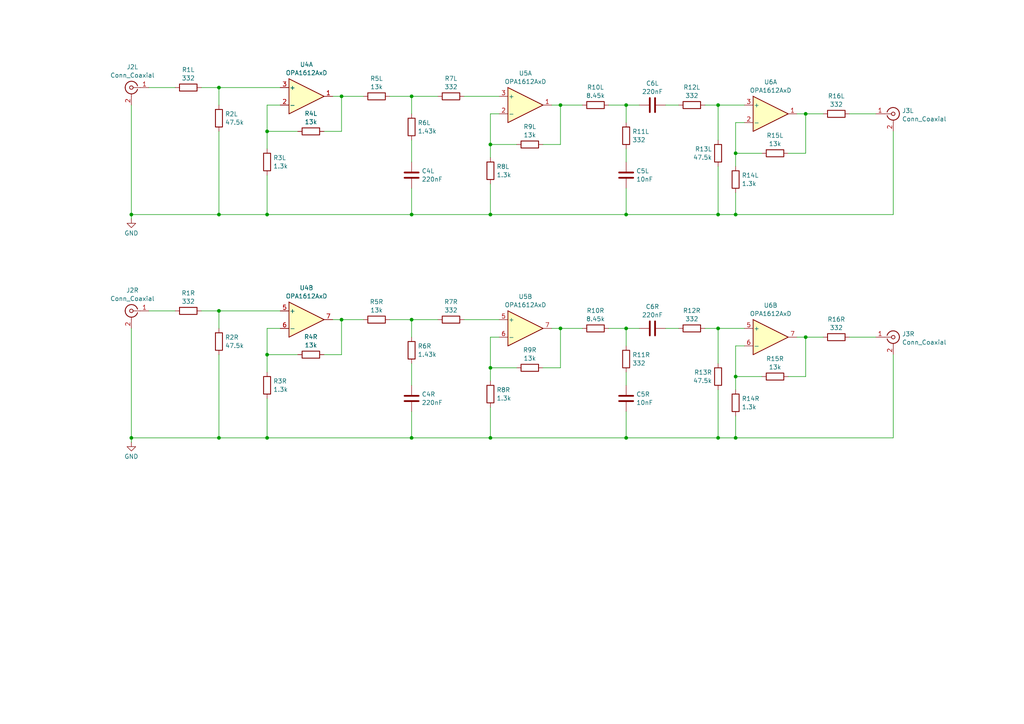
<source format=kicad_sch>
(kicad_sch (version 20231120) (generator "eeschema") (generator_version "8.0")
  (paper "A4")
  (lib_symbols
    (symbol "Amplifier_Operational:OPA1612AxD" (pin_names (offset 0.127))
      (property "Reference" "U" (at 0 5.08 0))
      (property "Value" "OPA1612AxD" (at 0 -5.08 0))
      (symbol "OPA1612AxD_1_1"
        (polyline (pts (xy -5.08 5.08) (xy 5.08 0) (xy -5.08 -5.08) (xy -5.08 5.08)) (stroke (width 0.254)) (fill (type background)))
        (pin output line (at 7.62 0 180) (length 2.54) (name "~") (number "1"))
        (pin input line (at -7.62 -2.54 0) (length 2.54) (name "-") (number "2"))
        (pin input line (at -7.62 2.54 0) (length 2.54) (name "+") (number "3"))
      )
      (symbol "OPA1612AxD_2_1"
        (polyline (pts (xy -5.08 5.08) (xy 5.08 0) (xy -5.08 -5.08) (xy -5.08 5.08)) (stroke (width 0.254)) (fill (type background)))
        (pin input line (at -7.62 2.54 0) (length 2.54) (name "+") (number "5"))
        (pin input line (at -7.62 -2.54 0) (length 2.54) (name "-") (number "6"))
        (pin output line (at 7.62 0 180) (length 2.54) (name "~") (number "7"))
      )
      (symbol "OPA1612AxD_3_1"
        (pin power_in line (at -2.54 -7.62 90) (length 3.81) (name "V-") (number "4"))
        (pin power_in line (at -2.54 7.62 270) (length 3.81) (name "V+") (number "8"))
      )
    )
    (symbol "Connector:Conn_Coaxial" (pin_names (offset 1.016) hide)
      (property "Reference" "J" (at 0.254 3.048 0))
      (property "Value" "Conn_Coaxial" (at 2.921 0 90))
      (symbol "Conn_Coaxial_0_1"
        (arc (start -1.778 -0.508) (mid 0.2311 -1.8066) (end 1.778 0) (stroke (width 0.254)))
        (polyline (pts (xy -2.54 0) (xy -0.508 0)))
        (polyline (pts (xy 0 -2.54) (xy 0 -1.778)))
        (circle (center 0 0) (radius 0.508) (stroke (width 0.2032)))
        (arc (start 1.778 0) (mid 0.2099 1.8101) (end -1.778 0.508) (stroke (width 0.254)))
      )
      (symbol "Conn_Coaxial_1_1"
        (pin passive line (at -5.08 0 0) (length 2.54) (name "In") (number "1"))
        (pin passive line (at 0 -5.08 90) (length 2.54) (name "Ext") (number "2"))
      )
    )
    (symbol "Device:C" (pin_numbers hide) (pin_names (offset 0.254))
      (property "Reference" "C" (at 0.635 2.54 0))
      (property "Value" "C" (at 0.635 -2.54 0))
      (symbol "C_0_1"
        (polyline (pts (xy -2.032 -0.762) (xy 2.032 -0.762)) (stroke (width 0.508)))
        (polyline (pts (xy -2.032 0.762) (xy 2.032 0.762)) (stroke (width 0.508)))
      )
      (symbol "C_1_1"
        (pin passive line (at 0 3.81 270) (length 2.794) (name "~") (number "1"))
        (pin passive line (at 0 -3.81 90) (length 2.794) (name "~") (number "2"))
      )
    )
    (symbol "Device:R" (pin_numbers hide) (pin_names (offset 0))
      (property "Reference" "R" (at 2.032 0 90))
      (property "Value" "R" (at 0 0 90))
      (symbol "R_0_1"
        (rectangle (start -1.016 -2.54) (end 1.016 2.54) (stroke (width 0.254)))
      )
      (symbol "R_1_1"
        (pin passive line (at 0 3.81 270) (length 1.27) (name "~") (number "1"))
        (pin passive line (at 0 -3.81 90) (length 1.27) (name "~") (number "2"))
      )
    )
    (symbol "power:GND" (power) (pin_numbers hide) (pin_names (offset 0) hide)
      (property "Value" "GND" (at 0 -3.81 0))
      (symbol "GND_0_1"
        (polyline (pts (xy 0 0) (xy 0 -1.27) (xy 1.27 -1.27) (xy 0 -2.54) (xy -1.27 -1.27) (xy 0 -1.27)))
      )
      (symbol "GND_1_1"
        (pin power_in line (at 0 0 270) (length 0) (name "~") (number "1"))
      )
    )
  )
  (junction (at 208.28 95.25))
  (junction (at 208.28 30.48))
  (junction (at 233.68 97.79))
  (junction (at 99.06 92.71))
  (junction (at 77.47 102.87))
  (junction (at 181.61 62.23))
  (junction (at 162.56 95.25))
  (junction (at 77.47 127))
  (junction (at 213.36 62.23))
  (junction (at 119.38 62.23))
  (junction (at 181.61 95.25))
  (junction (at 77.47 62.23))
  (junction (at 162.56 30.48))
  (junction (at 63.5 62.23))
  (junction (at 213.36 109.22))
  (junction (at 142.24 62.23))
  (junction (at 181.61 127))
  (junction (at 233.68 33.02))
  (junction (at 77.47 38.1))
  (junction (at 119.38 92.71))
  (junction (at 38.1 62.23))
  (junction (at 63.5 25.4))
  (junction (at 213.36 44.45))
  (junction (at 119.38 127))
  (junction (at 99.06 27.94))
  (junction (at 142.24 41.91))
  (junction (at 142.24 127))
  (junction (at 38.1 127))
  (junction (at 208.28 127))
  (junction (at 63.5 90.17))
  (junction (at 119.38 27.94))
  (junction (at 63.5 127))
  (junction (at 213.36 127))
  (junction (at 208.28 62.23))
  (junction (at 181.61 30.48))
  (junction (at 142.24 106.68))
  (wire (pts (xy 259.08 102.87) (xy 259.08 127)))
  (wire (pts (xy 259.08 38.1) (xy 259.08 62.23)))
  (wire (pts (xy 144.78 97.79) (xy 142.24 97.79)))
  (wire (pts (xy 63.5 38.1) (xy 63.5 62.23)))
  (wire (pts (xy 208.28 95.25) (xy 215.9 95.25)))
  (wire (pts (xy 181.61 127) (xy 142.24 127)))
  (wire (pts (xy 181.61 62.23) (xy 142.24 62.23)))
  (wire (pts (xy 119.38 54.61) (xy 119.38 62.23)))
  (wire (pts (xy 119.38 62.23) (xy 77.47 62.23)))
  (wire (pts (xy 119.38 127) (xy 77.47 127)))
  (wire (pts (xy 142.24 62.23) (xy 119.38 62.23)))
  (wire (pts (xy 208.28 48.26) (xy 208.28 62.23)))
  (wire (pts (xy 63.5 102.87) (xy 63.5 127)))
  (wire (pts (xy 231.14 33.02) (xy 233.68 33.02)))
  (wire (pts (xy 208.28 30.48) (xy 208.28 40.64)))
  (wire (pts (xy 181.61 95.25) (xy 185.42 95.25)))
  (wire (pts (xy 213.36 109.22) (xy 220.98 109.22)))
  (wire (pts (xy 259.08 62.23) (xy 213.36 62.23)))
  (wire (pts (xy 181.61 119.38) (xy 181.61 127)))
  (wire (pts (xy 113.03 92.71) (xy 119.38 92.71)))
  (wire (pts (xy 160.02 30.48) (xy 162.56 30.48)))
  (wire (pts (xy 119.38 40.64) (xy 119.38 46.99)))
  (wire (pts (xy 142.24 118.11) (xy 142.24 127)))
  (wire (pts (xy 77.47 50.8) (xy 77.47 62.23)))
  (wire (pts (xy 134.62 27.94) (xy 144.78 27.94)))
  (wire (pts (xy 93.98 38.1) (xy 99.06 38.1)))
  (wire (pts (xy 213.36 120.65) (xy 213.36 127)))
  (wire (pts (xy 213.36 55.88) (xy 213.36 62.23)))
  (wire (pts (xy 176.53 95.25) (xy 181.61 95.25)))
  (wire (pts (xy 77.47 30.48) (xy 81.28 30.48)))
  (wire (pts (xy 142.24 53.34) (xy 142.24 62.23)))
  (wire (pts (xy 208.28 127) (xy 181.61 127)))
  (wire (pts (xy 208.28 113.03) (xy 208.28 127)))
  (wire (pts (xy 144.78 33.02) (xy 142.24 33.02)))
  (wire (pts (xy 162.56 30.48) (xy 168.91 30.48)))
  (wire (pts (xy 119.38 105.41) (xy 119.38 111.76)))
  (wire (pts (xy 213.36 44.45) (xy 213.36 48.26)))
  (wire (pts (xy 58.42 25.4) (xy 63.5 25.4)))
  (wire (pts (xy 77.47 95.25) (xy 81.28 95.25)))
  (wire (pts (xy 38.1 127) (xy 38.1 128.27)))
  (wire (pts (xy 77.47 127) (xy 63.5 127)))
  (wire (pts (xy 63.5 90.17) (xy 81.28 90.17)))
  (wire (pts (xy 142.24 41.91) (xy 142.24 45.72)))
  (wire (pts (xy 157.48 106.68) (xy 162.56 106.68)))
  (wire (pts (xy 63.5 90.17) (xy 63.5 95.25)))
  (wire (pts (xy 134.62 92.71) (xy 144.78 92.71)))
  (wire (pts (xy 142.24 106.68) (xy 142.24 110.49)))
  (wire (pts (xy 142.24 33.02) (xy 142.24 41.91)))
  (wire (pts (xy 96.52 27.94) (xy 99.06 27.94)))
  (wire (pts (xy 96.52 92.71) (xy 99.06 92.71)))
  (wire (pts (xy 162.56 95.25) (xy 168.91 95.25)))
  (wire (pts (xy 162.56 41.91) (xy 162.56 30.48)))
  (wire (pts (xy 193.04 30.48) (xy 196.85 30.48)))
  (wire (pts (xy 93.98 102.87) (xy 99.06 102.87)))
  (wire (pts (xy 142.24 106.68) (xy 149.86 106.68)))
  (wire (pts (xy 181.61 54.61) (xy 181.61 62.23)))
  (wire (pts (xy 38.1 30.48) (xy 38.1 62.23)))
  (wire (pts (xy 119.38 92.71) (xy 127 92.71)))
  (wire (pts (xy 208.28 62.23) (xy 181.61 62.23)))
  (wire (pts (xy 181.61 30.48) (xy 181.61 35.56)))
  (wire (pts (xy 77.47 38.1) (xy 77.47 30.48)))
  (wire (pts (xy 142.24 41.91) (xy 149.86 41.91)))
  (wire (pts (xy 99.06 102.87) (xy 99.06 92.71)))
  (wire (pts (xy 213.36 44.45) (xy 220.98 44.45)))
  (wire (pts (xy 119.38 27.94) (xy 127 27.94)))
  (wire (pts (xy 233.68 33.02) (xy 238.76 33.02)))
  (wire (pts (xy 181.61 43.18) (xy 181.61 46.99)))
  (wire (pts (xy 204.47 95.25) (xy 208.28 95.25)))
  (wire (pts (xy 38.1 62.23) (xy 38.1 63.5)))
  (wire (pts (xy 113.03 27.94) (xy 119.38 27.94)))
  (wire (pts (xy 233.68 109.22) (xy 233.68 97.79)))
  (wire (pts (xy 259.08 127) (xy 213.36 127)))
  (wire (pts (xy 233.68 44.45) (xy 233.68 33.02)))
  (wire (pts (xy 176.53 30.48) (xy 181.61 30.48)))
  (wire (pts (xy 99.06 38.1) (xy 99.06 27.94)))
  (wire (pts (xy 181.61 107.95) (xy 181.61 111.76)))
  (wire (pts (xy 77.47 115.57) (xy 77.47 127)))
  (wire (pts (xy 213.36 109.22) (xy 213.36 113.03)))
  (wire (pts (xy 231.14 97.79) (xy 233.68 97.79)))
  (wire (pts (xy 142.24 127) (xy 119.38 127)))
  (wire (pts (xy 228.6 44.45) (xy 233.68 44.45)))
  (wire (pts (xy 213.36 62.23) (xy 208.28 62.23)))
  (wire (pts (xy 43.18 90.17) (xy 50.8 90.17)))
  (wire (pts (xy 213.36 35.56) (xy 213.36 44.45)))
  (wire (pts (xy 213.36 127) (xy 208.28 127)))
  (wire (pts (xy 215.9 35.56) (xy 213.36 35.56)))
  (wire (pts (xy 99.06 27.94) (xy 105.41 27.94)))
  (wire (pts (xy 38.1 95.25) (xy 38.1 127)))
  (wire (pts (xy 77.47 62.23) (xy 63.5 62.23)))
  (wire (pts (xy 119.38 92.71) (xy 119.38 97.79)))
  (wire (pts (xy 208.28 95.25) (xy 208.28 105.41)))
  (wire (pts (xy 160.02 95.25) (xy 162.56 95.25)))
  (wire (pts (xy 181.61 95.25) (xy 181.61 100.33)))
  (wire (pts (xy 181.61 30.48) (xy 185.42 30.48)))
  (wire (pts (xy 162.56 106.68) (xy 162.56 95.25)))
  (wire (pts (xy 58.42 90.17) (xy 63.5 90.17)))
  (wire (pts (xy 119.38 27.94) (xy 119.38 33.02)))
  (wire (pts (xy 77.47 107.95) (xy 77.47 102.87)))
  (wire (pts (xy 63.5 25.4) (xy 63.5 30.48)))
  (wire (pts (xy 204.47 30.48) (xy 208.28 30.48)))
  (wire (pts (xy 142.24 97.79) (xy 142.24 106.68)))
  (wire (pts (xy 77.47 43.18) (xy 77.47 38.1)))
  (wire (pts (xy 77.47 102.87) (xy 86.36 102.87)))
  (wire (pts (xy 193.04 95.25) (xy 196.85 95.25)))
  (wire (pts (xy 213.36 100.33) (xy 213.36 109.22)))
  (wire (pts (xy 208.28 30.48) (xy 215.9 30.48)))
  (wire (pts (xy 233.68 97.79) (xy 238.76 97.79)))
  (wire (pts (xy 63.5 62.23) (xy 38.1 62.23)))
  (wire (pts (xy 246.38 33.02) (xy 254 33.02)))
  (wire (pts (xy 157.48 41.91) (xy 162.56 41.91)))
  (wire (pts (xy 99.06 92.71) (xy 105.41 92.71)))
  (wire (pts (xy 119.38 119.38) (xy 119.38 127)))
  (wire (pts (xy 63.5 25.4) (xy 81.28 25.4)))
  (wire (pts (xy 77.47 102.87) (xy 77.47 95.25)))
  (wire (pts (xy 63.5 127) (xy 38.1 127)))
  (wire (pts (xy 215.9 100.33) (xy 213.36 100.33)))
  (wire (pts (xy 77.47 38.1) (xy 86.36 38.1)))
  (wire (pts (xy 43.18 25.4) (xy 50.8 25.4)))
  (wire (pts (xy 228.6 109.22) (xy 233.68 109.22)))
  (wire (pts (xy 246.38 97.79) (xy 254 97.79)))
  (symbol (lib_id "Device:R") (at 142.24 114.3 180) (unit 1)
    (property "Reference" "R8R" (at 144.018 113.0878 0) (effects (justify right)))
    (property "Value" "1.3k" (at 144.018 115.5121 0) (effects (justify right)))
    (property "Description" "Resistor" (effects (hide yes)))
  )
  (symbol (lib_id "Device:R") (at 63.5 34.29 180) (unit 1)
    (property "Reference" "R2L" (at 65.278 33.0778 0) (effects (justify right)))
    (property "Value" "47.5k" (at 65.278 35.5021 0) (effects (justify right)))
    (property "Description" "Resistor" (effects (hide yes)))
  )
  (symbol (lib_id "Device:R") (at 77.47 111.76 180) (unit 1)
    (property "Reference" "R3R" (at 79.248 110.5478 0) (effects (justify right)))
    (property "Value" "1.3k" (at 79.248 112.9721 0) (effects (justify right)))
    (property "Description" "Resistor" (effects (hide yes)))
  )
  (symbol (lib_id "Device:C") (at 189.23 95.25 90) (unit 1)
    (property "Reference" "C6R" (at 189.23 88.9465 90))
    (property "Value" "220nF" (at 189.23 91.3708 90))
    (property "Description" "Unpolarized capacitor" (effects (hide yes)))
  )
  (symbol (lib_id "Device:R") (at 54.61 90.17 90) (unit 1)
    (property "Reference" "R1R" (at 54.61 85.0095 90))
    (property "Value" "332" (at 54.61 87.4338 90))
    (property "Description" "Resistor" (effects (hide yes)))
  )
  (symbol (lib_id "Device:R") (at 181.61 39.37 180) (unit 1)
    (property "Reference" "R11L" (at 183.388 38.1578 0) (effects (justify right)))
    (property "Value" "332" (at 183.388 40.5821 0) (effects (justify right)))
    (property "Description" "Resistor" (effects (hide yes)))
  )
  (symbol (lib_id "Device:R") (at 90.17 102.87 270) (unit 1)
    (property "Reference" "R4R" (at 90.17 97.7095 90))
    (property "Value" "13k" (at 90.17 100.1338 90))
    (property "Description" "Resistor" (effects (hide yes)))
  )
  (symbol (lib_id "Device:C") (at 181.61 115.57 0) (unit 1)
    (property "Reference" "C5R" (at 184.531 114.3578 0) (effects (justify left)))
    (property "Value" "10nF" (at 184.531 116.7821 0) (effects (justify left)))
    (property "Description" "Unpolarized capacitor" (effects (hide yes)))
  )
  (symbol (lib_id "Device:C") (at 119.38 115.57 0) (unit 1)
    (property "Reference" "C4R" (at 122.301 114.3578 0) (effects (justify left)))
    (property "Value" "220nF" (at 122.301 116.7821 0) (effects (justify left)))
    (property "Description" "Unpolarized capacitor" (effects (hide yes)))
  )
  (symbol (lib_id "Device:R") (at 63.5 99.06 180) (unit 1)
    (property "Reference" "R2R" (at 65.278 97.8478 0) (effects (justify right)))
    (property "Value" "47.5k" (at 65.278 100.2721 0) (effects (justify right)))
    (property "Description" "Resistor" (effects (hide yes)))
  )
  (symbol (lib_id "Device:R") (at 119.38 101.6 180) (unit 1)
    (property "Reference" "R6R" (at 121.158 100.3878 0) (effects (justify right)))
    (property "Value" "1.43k" (at 121.158 102.8121 0) (effects (justify right)))
    (property "Description" "Resistor" (effects (hide yes)))
  )
  (symbol (lib_id "Device:C") (at 181.61 50.8 0) (unit 1)
    (property "Reference" "C5L" (at 184.531 49.5878 0) (effects (justify left)))
    (property "Value" "10nF" (at 184.531 52.0121 0) (effects (justify left)))
    (property "Description" "Unpolarized capacitor" (effects (hide yes)))
  )
  (symbol (lib_id "Connector:Conn_Coaxial") (at 259.08 97.79 0) (unit 1)
    (property "Reference" "J3R" (at 261.6201 96.871 0) (effects (justify left)))
    (property "Value" "Conn_Coaxial" (at 261.6201 99.2953 0) (effects (justify left)))
    (property "Description" "coaxial connector (BNC, SMA, SMB, SMC, Cinch/RCA, LEMO, ...)" (effects (hide yes)))
  )
  (symbol (lib_id "Device:R") (at 208.28 109.22 0) (mirror x) (unit 1)
    (property "Reference" "R13R" (at 206.502 108.0078 0) (effects (justify right)))
    (property "Value" "47.5k" (at 206.502 110.4321 0) (effects (justify right)))
    (property "Description" "Resistor" (effects (hide yes)))
  )
  (symbol (lib_id "Device:R") (at 200.66 95.25 270) (unit 1)
    (property "Reference" "R12R" (at 200.66 90.0895 90))
    (property "Value" "332" (at 200.66 92.5138 90))
    (property "Description" "Resistor" (effects (hide yes)))
  )
  (symbol (lib_id "Device:R") (at 109.22 27.94 270) (unit 1)
    (property "Reference" "R5L" (at 109.22 22.7795 90))
    (property "Value" "13k" (at 109.22 25.2038 90))
    (property "Description" "Resistor" (effects (hide yes)))
  )
  (symbol (lib_id "power:GND") (at 38.1 128.27 0) (unit 1)
    (property "Reference" "#PWR07" (effects (hide yes)))
    (property "Value" "GND" (at 38.1 132.4031 0))
    (property "Description" "Power symbol creates a global label with name \"GND\" , ground" (effects (hide yes)))
  )
  (symbol (lib_id "Connector:Conn_Coaxial") (at 38.1 90.17 0) (mirror y) (unit 1)
    (property "Reference" "J2R" (at 38.4174 84.1989 0))
    (property "Value" "Conn_Coaxial" (at 38.4174 86.6232 0))
    (property "Description" "coaxial connector (BNC, SMA, SMB, SMC, Cinch/RCA, LEMO, ...)" (effects (hide yes)))
  )
  (symbol (lib_id "Device:R") (at 242.57 33.02 270) (unit 1)
    (property "Reference" "R16L" (at 242.57 27.8595 90))
    (property "Value" "332" (at 242.57 30.2838 90))
    (property "Description" "Resistor" (effects (hide yes)))
  )
  (symbol (lib_id "Device:R") (at 213.36 116.84 180) (unit 1)
    (property "Reference" "R14R" (at 215.138 115.6278 0) (effects (justify right)))
    (property "Value" "1.3k" (at 215.138 118.0521 0) (effects (justify right)))
    (property "Description" "Resistor" (effects (hide yes)))
  )
  (symbol (lib_id "Device:C") (at 119.38 50.8 0) (unit 1)
    (property "Reference" "C4L" (at 122.301 49.5878 0) (effects (justify left)))
    (property "Value" "220nF" (at 122.301 52.0121 0) (effects (justify left)))
    (property "Description" "Unpolarized capacitor" (effects (hide yes)))
  )
  (symbol (lib_id "Device:R") (at 224.79 44.45 270) (unit 1)
    (property "Reference" "R15L" (at 224.79 39.2895 90))
    (property "Value" "13k" (at 224.79 41.7138 90))
    (property "Description" "Resistor" (effects (hide yes)))
  )
  (symbol (lib_id "Amplifier_Operational:OPA1612AxD") (at 88.9 27.94 0) (unit 1)
    (property "Reference" "U4" (at 88.9 18.7155 0))
    (property "Value" "OPA1612AxD" (at 88.9 21.1398 0))
    (property "Datasheet" "http://www.ti.com/lit/ds/symlink/opa1612.pdf" (effects (hide yes)))
    (property "Description" "Dual SoundPlus High Performance, Bipolar-Input Audio Operational Amplifiers, SOIC-8" (effects (hide yes)))
  )
  (symbol (lib_id "Device:R") (at 77.47 46.99 180) (unit 1)
    (property "Reference" "R3L" (at 79.248 45.7778 0) (effects (justify right)))
    (property "Value" "1.3k" (at 79.248 48.2021 0) (effects (justify right)))
    (property "Description" "Resistor" (effects (hide yes)))
  )
  (symbol (lib_id "Device:R") (at 172.72 30.48 270) (unit 1)
    (property "Reference" "R10L" (at 172.72 25.3195 90))
    (property "Value" "8.45k" (at 172.72 27.7438 90))
    (property "Description" "Resistor" (effects (hide yes)))
  )
  (symbol (lib_id "Amplifier_Operational:OPA1612AxD") (at 223.52 97.79 0) (unit 2)
    (property "Reference" "U6" (at 223.52 88.5655 0))
    (property "Value" "OPA1612AxD" (at 223.52 90.9898 0))
    (property "Datasheet" "http://www.ti.com/lit/ds/symlink/opa1612.pdf" (effects (hide yes)))
    (property "Description" "Dual SoundPlus High Performance, Bipolar-Input Audio Operational Amplifiers, SOIC-8" (effects (hide yes)))
  )
  (symbol (lib_id "Amplifier_Operational:OPA1612AxD") (at 88.9 92.71 0) (unit 2)
    (property "Reference" "U4" (at 88.9 83.4855 0))
    (property "Value" "OPA1612AxD" (at 88.9 85.9098 0))
    (property "Datasheet" "http://www.ti.com/lit/ds/symlink/opa1612.pdf" (effects (hide yes)))
    (property "Description" "Dual SoundPlus High Performance, Bipolar-Input Audio Operational Amplifiers, SOIC-8" (effects (hide yes)))
  )
  (symbol (lib_id "Amplifier_Operational:OPA1612AxD") (at 152.4 30.48 0) (unit 1)
    (property "Reference" "U5" (at 152.4 21.2555 0))
    (property "Value" "OPA1612AxD" (at 152.4 23.6798 0))
    (property "Datasheet" "http://www.ti.com/lit/ds/symlink/opa1612.pdf" (effects (hide yes)))
    (property "Description" "Dual SoundPlus High Performance, Bipolar-Input Audio Operational Amplifiers, SOIC-8" (effects (hide yes)))
  )
  (symbol (lib_id "Device:R") (at 242.57 97.79 270) (unit 1)
    (property "Reference" "R16R" (at 242.57 92.6295 90))
    (property "Value" "332" (at 242.57 95.0538 90))
    (property "Description" "Resistor" (effects (hide yes)))
  )
  (symbol (lib_id "Device:R") (at 208.28 44.45 0) (mirror x) (unit 1)
    (property "Reference" "R13L" (at 206.502 43.2378 0) (effects (justify right)))
    (property "Value" "47.5k" (at 206.502 45.6621 0) (effects (justify right)))
    (property "Description" "Resistor" (effects (hide yes)))
  )
  (symbol (lib_id "Device:R") (at 200.66 30.48 270) (unit 1)
    (property "Reference" "R12L" (at 200.66 25.3195 90))
    (property "Value" "332" (at 200.66 27.7438 90))
    (property "Description" "Resistor" (effects (hide yes)))
  )
  (symbol (lib_id "Device:R") (at 153.67 41.91 270) (unit 1)
    (property "Reference" "R9L" (at 153.67 36.7495 90))
    (property "Value" "13k" (at 153.67 39.1738 90))
    (property "Description" "Resistor" (effects (hide yes)))
  )
  (symbol (lib_id "Device:R") (at 130.81 27.94 270) (unit 1)
    (property "Reference" "R7L" (at 130.81 22.7795 90))
    (property "Value" "332" (at 130.81 25.2038 90))
    (property "Description" "Resistor" (effects (hide yes)))
  )
  (symbol (lib_id "Amplifier_Operational:OPA1612AxD") (at 152.4 95.25 0) (unit 2)
    (property "Reference" "U5" (at 152.4 86.0255 0))
    (property "Value" "OPA1612AxD" (at 152.4 88.4498 0))
    (property "Datasheet" "http://www.ti.com/lit/ds/symlink/opa1612.pdf" (effects (hide yes)))
    (property "Description" "Dual SoundPlus High Performance, Bipolar-Input Audio Operational Amplifiers, SOIC-8" (effects (hide yes)))
  )
  (symbol (lib_id "Device:R") (at 142.24 49.53 180) (unit 1)
    (property "Reference" "R8L" (at 144.018 48.3178 0) (effects (justify right)))
    (property "Value" "1.3k" (at 144.018 50.7421 0) (effects (justify right)))
    (property "Description" "Resistor" (effects (hide yes)))
  )
  (symbol (lib_id "Device:R") (at 153.67 106.68 270) (unit 1)
    (property "Reference" "R9R" (at 153.67 101.5195 90))
    (property "Value" "13k" (at 153.67 103.9438 90))
    (property "Description" "Resistor" (effects (hide yes)))
  )
  (symbol (lib_id "Device:R") (at 109.22 92.71 270) (unit 1)
    (property "Reference" "R5R" (at 109.22 87.5495 90))
    (property "Value" "13k" (at 109.22 89.9738 90))
    (property "Description" "Resistor" (effects (hide yes)))
  )
  (symbol (lib_id "power:GND") (at 38.1 63.5 0) (unit 1)
    (property "Reference" "#PWR06" (effects (hide yes)))
    (property "Value" "GND" (at 38.1 67.6331 0))
    (property "Description" "Power symbol creates a global label with name \"GND\" , ground" (effects (hide yes)))
  )
  (symbol (lib_id "Device:R") (at 54.61 25.4 90) (unit 1)
    (property "Reference" "R1L" (at 54.61 20.2395 90))
    (property "Value" "332" (at 54.61 22.6638 90))
    (property "Description" "Resistor" (effects (hide yes)))
  )
  (symbol (lib_id "Device:R") (at 130.81 92.71 270) (unit 1)
    (property "Reference" "R7R" (at 130.81 87.5495 90))
    (property "Value" "332" (at 130.81 89.9738 90))
    (property "Description" "Resistor" (effects (hide yes)))
  )
  (symbol (lib_id "Device:R") (at 172.72 95.25 270) (unit 1)
    (property "Reference" "R10R" (at 172.72 90.0895 90))
    (property "Value" "8.45k" (at 172.72 92.5138 90))
    (property "Description" "Resistor" (effects (hide yes)))
  )
  (symbol (lib_id "Device:C") (at 189.23 30.48 90) (unit 1)
    (property "Reference" "C6L" (at 189.23 24.1765 90))
    (property "Value" "220nF" (at 189.23 26.6008 90))
    (property "Description" "Unpolarized capacitor" (effects (hide yes)))
  )
  (symbol (lib_id "Device:R") (at 213.36 52.07 180) (unit 1)
    (property "Reference" "R14L" (at 215.138 50.8578 0) (effects (justify right)))
    (property "Value" "1.3k" (at 215.138 53.2821 0) (effects (justify right)))
    (property "Description" "Resistor" (effects (hide yes)))
  )
  (symbol (lib_id "Device:R") (at 224.79 109.22 270) (unit 1)
    (property "Reference" "R15R" (at 224.79 104.0595 90))
    (property "Value" "13k" (at 224.79 106.4838 90))
    (property "Description" "Resistor" (effects (hide yes)))
  )
  (symbol (lib_id "Device:R") (at 119.38 36.83 180) (unit 1)
    (property "Reference" "R6L" (at 121.158 35.6178 0) (effects (justify right)))
    (property "Value" "1.43k" (at 121.158 38.0421 0) (effects (justify right)))
    (property "Description" "Resistor" (effects (hide yes)))
  )
  (symbol (lib_id "Connector:Conn_Coaxial") (at 38.1 25.4 0) (mirror y) (unit 1)
    (property "Reference" "J2L" (at 38.4174 19.4289 0))
    (property "Value" "Conn_Coaxial" (at 38.4174 21.8532 0))
    (property "Description" "coaxial connector (BNC, SMA, SMB, SMC, Cinch/RCA, LEMO, ...)" (effects (hide yes)))
  )
  (symbol (lib_id "Connector:Conn_Coaxial") (at 259.08 33.02 0) (unit 1)
    (property "Reference" "J3L" (at 261.6201 32.101 0) (effects (justify left)))
    (property "Value" "Conn_Coaxial" (at 261.6201 34.5253 0) (effects (justify left)))
    (property "Description" "coaxial connector (BNC, SMA, SMB, SMC, Cinch/RCA, LEMO, ...)" (effects (hide yes)))
  )
  (symbol (lib_id "Device:R") (at 90.17 38.1 270) (unit 1)
    (property "Reference" "R4L" (at 90.17 32.9395 90))
    (property "Value" "13k" (at 90.17 35.3638 90))
    (property "Description" "Resistor" (effects (hide yes)))
  )
  (symbol (lib_id "Device:R") (at 181.61 104.14 180) (unit 1)
    (property "Reference" "R11R" (at 183.388 102.9278 0) (effects (justify right)))
    (property "Value" "332" (at 183.388 105.3521 0) (effects (justify right)))
    (property "Description" "Resistor" (effects (hide yes)))
  )
  (symbol (lib_id "Amplifier_Operational:OPA1612AxD") (at 223.52 33.02 0) (unit 1)
    (property "Reference" "U6" (at 223.52 23.7955 0))
    (property "Value" "OPA1612AxD" (at 223.52 26.2198 0))
    (property "Datasheet" "http://www.ti.com/lit/ds/symlink/opa1612.pdf" (effects (hide yes)))
    (property "Description" "Dual SoundPlus High Performance, Bipolar-Input Audio Operational Amplifiers, SOIC-8" (effects (hide yes)))
  )
)
</source>
